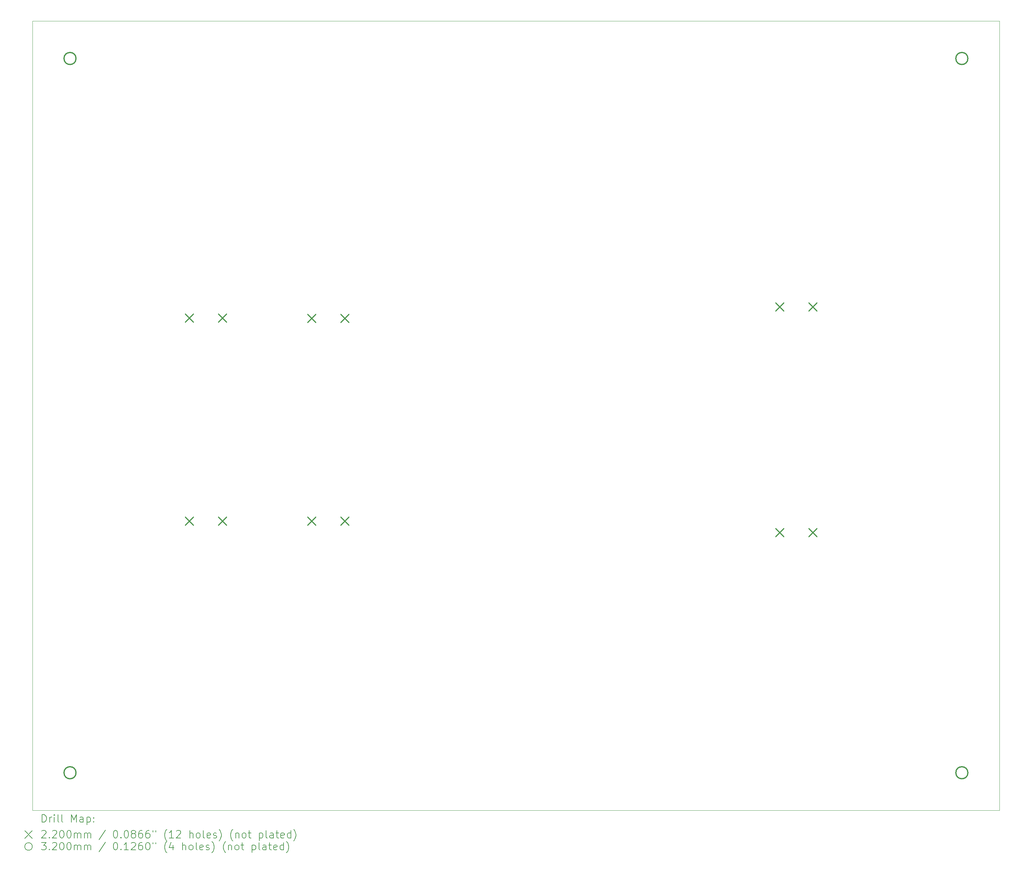
<source format=gbr>
%TF.GenerationSoftware,KiCad,Pcbnew,8.0.6*%
%TF.CreationDate,2025-08-21T09:53:45+02:00*%
%TF.ProjectId,OpAmpDevBoardProject,4f70416d-7044-4657-9642-6f6172645072,rev?*%
%TF.SameCoordinates,Original*%
%TF.FileFunction,Drillmap*%
%TF.FilePolarity,Positive*%
%FSLAX45Y45*%
G04 Gerber Fmt 4.5, Leading zero omitted, Abs format (unit mm)*
G04 Created by KiCad (PCBNEW 8.0.6) date 2025-08-21 09:53:45*
%MOMM*%
%LPD*%
G01*
G04 APERTURE LIST*
%ADD10C,0.050000*%
%ADD11C,0.200000*%
%ADD12C,0.220000*%
%ADD13C,0.320000*%
G04 APERTURE END LIST*
D10*
X4400000Y-4500000D02*
X30100000Y-4500000D01*
X30100000Y-25500000D01*
X4400000Y-25500000D01*
X4400000Y-4500000D01*
D11*
D12*
X8458000Y-12295000D02*
X8678000Y-12515000D01*
X8678000Y-12295000D02*
X8458000Y-12515000D01*
X8458000Y-17695000D02*
X8678000Y-17915000D01*
X8678000Y-17695000D02*
X8458000Y-17915000D01*
X9338000Y-12295000D02*
X9558000Y-12515000D01*
X9558000Y-12295000D02*
X9338000Y-12515000D01*
X9338000Y-17695000D02*
X9558000Y-17915000D01*
X9558000Y-17695000D02*
X9338000Y-17915000D01*
X11708000Y-12300000D02*
X11928000Y-12520000D01*
X11928000Y-12300000D02*
X11708000Y-12520000D01*
X11708000Y-17695000D02*
X11928000Y-17915000D01*
X11928000Y-17695000D02*
X11708000Y-17915000D01*
X12588000Y-12300000D02*
X12808000Y-12520000D01*
X12808000Y-12300000D02*
X12588000Y-12520000D01*
X12588000Y-17695000D02*
X12808000Y-17915000D01*
X12808000Y-17695000D02*
X12588000Y-17915000D01*
X24150000Y-11995000D02*
X24370000Y-12215000D01*
X24370000Y-11995000D02*
X24150000Y-12215000D01*
X24150000Y-17995000D02*
X24370000Y-18215000D01*
X24370000Y-17995000D02*
X24150000Y-18215000D01*
X25030000Y-11995000D02*
X25250000Y-12215000D01*
X25250000Y-11995000D02*
X25030000Y-12215000D01*
X25030000Y-17995000D02*
X25250000Y-18215000D01*
X25250000Y-17995000D02*
X25030000Y-18215000D01*
D13*
X5560000Y-5500000D02*
G75*
G02*
X5240000Y-5500000I-160000J0D01*
G01*
X5240000Y-5500000D02*
G75*
G02*
X5560000Y-5500000I160000J0D01*
G01*
X5560000Y-24500000D02*
G75*
G02*
X5240000Y-24500000I-160000J0D01*
G01*
X5240000Y-24500000D02*
G75*
G02*
X5560000Y-24500000I160000J0D01*
G01*
X29260000Y-5500000D02*
G75*
G02*
X28940000Y-5500000I-160000J0D01*
G01*
X28940000Y-5500000D02*
G75*
G02*
X29260000Y-5500000I160000J0D01*
G01*
X29260000Y-24500000D02*
G75*
G02*
X28940000Y-24500000I-160000J0D01*
G01*
X28940000Y-24500000D02*
G75*
G02*
X29260000Y-24500000I160000J0D01*
G01*
D11*
X4658277Y-25813984D02*
X4658277Y-25613984D01*
X4658277Y-25613984D02*
X4705896Y-25613984D01*
X4705896Y-25613984D02*
X4734467Y-25623508D01*
X4734467Y-25623508D02*
X4753515Y-25642555D01*
X4753515Y-25642555D02*
X4763039Y-25661603D01*
X4763039Y-25661603D02*
X4772563Y-25699698D01*
X4772563Y-25699698D02*
X4772563Y-25728269D01*
X4772563Y-25728269D02*
X4763039Y-25766365D01*
X4763039Y-25766365D02*
X4753515Y-25785412D01*
X4753515Y-25785412D02*
X4734467Y-25804460D01*
X4734467Y-25804460D02*
X4705896Y-25813984D01*
X4705896Y-25813984D02*
X4658277Y-25813984D01*
X4858277Y-25813984D02*
X4858277Y-25680650D01*
X4858277Y-25718746D02*
X4867801Y-25699698D01*
X4867801Y-25699698D02*
X4877324Y-25690174D01*
X4877324Y-25690174D02*
X4896372Y-25680650D01*
X4896372Y-25680650D02*
X4915420Y-25680650D01*
X4982086Y-25813984D02*
X4982086Y-25680650D01*
X4982086Y-25613984D02*
X4972563Y-25623508D01*
X4972563Y-25623508D02*
X4982086Y-25633031D01*
X4982086Y-25633031D02*
X4991610Y-25623508D01*
X4991610Y-25623508D02*
X4982086Y-25613984D01*
X4982086Y-25613984D02*
X4982086Y-25633031D01*
X5105896Y-25813984D02*
X5086848Y-25804460D01*
X5086848Y-25804460D02*
X5077324Y-25785412D01*
X5077324Y-25785412D02*
X5077324Y-25613984D01*
X5210658Y-25813984D02*
X5191610Y-25804460D01*
X5191610Y-25804460D02*
X5182086Y-25785412D01*
X5182086Y-25785412D02*
X5182086Y-25613984D01*
X5439229Y-25813984D02*
X5439229Y-25613984D01*
X5439229Y-25613984D02*
X5505896Y-25756841D01*
X5505896Y-25756841D02*
X5572563Y-25613984D01*
X5572563Y-25613984D02*
X5572563Y-25813984D01*
X5753515Y-25813984D02*
X5753515Y-25709222D01*
X5753515Y-25709222D02*
X5743991Y-25690174D01*
X5743991Y-25690174D02*
X5724943Y-25680650D01*
X5724943Y-25680650D02*
X5686848Y-25680650D01*
X5686848Y-25680650D02*
X5667801Y-25690174D01*
X5753515Y-25804460D02*
X5734467Y-25813984D01*
X5734467Y-25813984D02*
X5686848Y-25813984D01*
X5686848Y-25813984D02*
X5667801Y-25804460D01*
X5667801Y-25804460D02*
X5658277Y-25785412D01*
X5658277Y-25785412D02*
X5658277Y-25766365D01*
X5658277Y-25766365D02*
X5667801Y-25747317D01*
X5667801Y-25747317D02*
X5686848Y-25737793D01*
X5686848Y-25737793D02*
X5734467Y-25737793D01*
X5734467Y-25737793D02*
X5753515Y-25728269D01*
X5848753Y-25680650D02*
X5848753Y-25880650D01*
X5848753Y-25690174D02*
X5867801Y-25680650D01*
X5867801Y-25680650D02*
X5905896Y-25680650D01*
X5905896Y-25680650D02*
X5924943Y-25690174D01*
X5924943Y-25690174D02*
X5934467Y-25699698D01*
X5934467Y-25699698D02*
X5943991Y-25718746D01*
X5943991Y-25718746D02*
X5943991Y-25775888D01*
X5943991Y-25775888D02*
X5934467Y-25794936D01*
X5934467Y-25794936D02*
X5924943Y-25804460D01*
X5924943Y-25804460D02*
X5905896Y-25813984D01*
X5905896Y-25813984D02*
X5867801Y-25813984D01*
X5867801Y-25813984D02*
X5848753Y-25804460D01*
X6029705Y-25794936D02*
X6039229Y-25804460D01*
X6039229Y-25804460D02*
X6029705Y-25813984D01*
X6029705Y-25813984D02*
X6020182Y-25804460D01*
X6020182Y-25804460D02*
X6029705Y-25794936D01*
X6029705Y-25794936D02*
X6029705Y-25813984D01*
X6029705Y-25690174D02*
X6039229Y-25699698D01*
X6039229Y-25699698D02*
X6029705Y-25709222D01*
X6029705Y-25709222D02*
X6020182Y-25699698D01*
X6020182Y-25699698D02*
X6029705Y-25690174D01*
X6029705Y-25690174D02*
X6029705Y-25709222D01*
X4197500Y-26042500D02*
X4397500Y-26242500D01*
X4397500Y-26042500D02*
X4197500Y-26242500D01*
X4648753Y-26053031D02*
X4658277Y-26043508D01*
X4658277Y-26043508D02*
X4677324Y-26033984D01*
X4677324Y-26033984D02*
X4724944Y-26033984D01*
X4724944Y-26033984D02*
X4743991Y-26043508D01*
X4743991Y-26043508D02*
X4753515Y-26053031D01*
X4753515Y-26053031D02*
X4763039Y-26072079D01*
X4763039Y-26072079D02*
X4763039Y-26091127D01*
X4763039Y-26091127D02*
X4753515Y-26119698D01*
X4753515Y-26119698D02*
X4639229Y-26233984D01*
X4639229Y-26233984D02*
X4763039Y-26233984D01*
X4848753Y-26214936D02*
X4858277Y-26224460D01*
X4858277Y-26224460D02*
X4848753Y-26233984D01*
X4848753Y-26233984D02*
X4839229Y-26224460D01*
X4839229Y-26224460D02*
X4848753Y-26214936D01*
X4848753Y-26214936D02*
X4848753Y-26233984D01*
X4934467Y-26053031D02*
X4943991Y-26043508D01*
X4943991Y-26043508D02*
X4963039Y-26033984D01*
X4963039Y-26033984D02*
X5010658Y-26033984D01*
X5010658Y-26033984D02*
X5029705Y-26043508D01*
X5029705Y-26043508D02*
X5039229Y-26053031D01*
X5039229Y-26053031D02*
X5048753Y-26072079D01*
X5048753Y-26072079D02*
X5048753Y-26091127D01*
X5048753Y-26091127D02*
X5039229Y-26119698D01*
X5039229Y-26119698D02*
X4924944Y-26233984D01*
X4924944Y-26233984D02*
X5048753Y-26233984D01*
X5172563Y-26033984D02*
X5191610Y-26033984D01*
X5191610Y-26033984D02*
X5210658Y-26043508D01*
X5210658Y-26043508D02*
X5220182Y-26053031D01*
X5220182Y-26053031D02*
X5229705Y-26072079D01*
X5229705Y-26072079D02*
X5239229Y-26110174D01*
X5239229Y-26110174D02*
X5239229Y-26157793D01*
X5239229Y-26157793D02*
X5229705Y-26195888D01*
X5229705Y-26195888D02*
X5220182Y-26214936D01*
X5220182Y-26214936D02*
X5210658Y-26224460D01*
X5210658Y-26224460D02*
X5191610Y-26233984D01*
X5191610Y-26233984D02*
X5172563Y-26233984D01*
X5172563Y-26233984D02*
X5153515Y-26224460D01*
X5153515Y-26224460D02*
X5143991Y-26214936D01*
X5143991Y-26214936D02*
X5134467Y-26195888D01*
X5134467Y-26195888D02*
X5124944Y-26157793D01*
X5124944Y-26157793D02*
X5124944Y-26110174D01*
X5124944Y-26110174D02*
X5134467Y-26072079D01*
X5134467Y-26072079D02*
X5143991Y-26053031D01*
X5143991Y-26053031D02*
X5153515Y-26043508D01*
X5153515Y-26043508D02*
X5172563Y-26033984D01*
X5363039Y-26033984D02*
X5382086Y-26033984D01*
X5382086Y-26033984D02*
X5401134Y-26043508D01*
X5401134Y-26043508D02*
X5410658Y-26053031D01*
X5410658Y-26053031D02*
X5420182Y-26072079D01*
X5420182Y-26072079D02*
X5429705Y-26110174D01*
X5429705Y-26110174D02*
X5429705Y-26157793D01*
X5429705Y-26157793D02*
X5420182Y-26195888D01*
X5420182Y-26195888D02*
X5410658Y-26214936D01*
X5410658Y-26214936D02*
X5401134Y-26224460D01*
X5401134Y-26224460D02*
X5382086Y-26233984D01*
X5382086Y-26233984D02*
X5363039Y-26233984D01*
X5363039Y-26233984D02*
X5343991Y-26224460D01*
X5343991Y-26224460D02*
X5334467Y-26214936D01*
X5334467Y-26214936D02*
X5324944Y-26195888D01*
X5324944Y-26195888D02*
X5315420Y-26157793D01*
X5315420Y-26157793D02*
X5315420Y-26110174D01*
X5315420Y-26110174D02*
X5324944Y-26072079D01*
X5324944Y-26072079D02*
X5334467Y-26053031D01*
X5334467Y-26053031D02*
X5343991Y-26043508D01*
X5343991Y-26043508D02*
X5363039Y-26033984D01*
X5515420Y-26233984D02*
X5515420Y-26100650D01*
X5515420Y-26119698D02*
X5524944Y-26110174D01*
X5524944Y-26110174D02*
X5543991Y-26100650D01*
X5543991Y-26100650D02*
X5572563Y-26100650D01*
X5572563Y-26100650D02*
X5591610Y-26110174D01*
X5591610Y-26110174D02*
X5601134Y-26129222D01*
X5601134Y-26129222D02*
X5601134Y-26233984D01*
X5601134Y-26129222D02*
X5610658Y-26110174D01*
X5610658Y-26110174D02*
X5629705Y-26100650D01*
X5629705Y-26100650D02*
X5658277Y-26100650D01*
X5658277Y-26100650D02*
X5677324Y-26110174D01*
X5677324Y-26110174D02*
X5686848Y-26129222D01*
X5686848Y-26129222D02*
X5686848Y-26233984D01*
X5782086Y-26233984D02*
X5782086Y-26100650D01*
X5782086Y-26119698D02*
X5791610Y-26110174D01*
X5791610Y-26110174D02*
X5810658Y-26100650D01*
X5810658Y-26100650D02*
X5839229Y-26100650D01*
X5839229Y-26100650D02*
X5858277Y-26110174D01*
X5858277Y-26110174D02*
X5867801Y-26129222D01*
X5867801Y-26129222D02*
X5867801Y-26233984D01*
X5867801Y-26129222D02*
X5877324Y-26110174D01*
X5877324Y-26110174D02*
X5896372Y-26100650D01*
X5896372Y-26100650D02*
X5924943Y-26100650D01*
X5924943Y-26100650D02*
X5943991Y-26110174D01*
X5943991Y-26110174D02*
X5953515Y-26129222D01*
X5953515Y-26129222D02*
X5953515Y-26233984D01*
X6343991Y-26024460D02*
X6172563Y-26281603D01*
X6601134Y-26033984D02*
X6620182Y-26033984D01*
X6620182Y-26033984D02*
X6639229Y-26043508D01*
X6639229Y-26043508D02*
X6648753Y-26053031D01*
X6648753Y-26053031D02*
X6658277Y-26072079D01*
X6658277Y-26072079D02*
X6667801Y-26110174D01*
X6667801Y-26110174D02*
X6667801Y-26157793D01*
X6667801Y-26157793D02*
X6658277Y-26195888D01*
X6658277Y-26195888D02*
X6648753Y-26214936D01*
X6648753Y-26214936D02*
X6639229Y-26224460D01*
X6639229Y-26224460D02*
X6620182Y-26233984D01*
X6620182Y-26233984D02*
X6601134Y-26233984D01*
X6601134Y-26233984D02*
X6582086Y-26224460D01*
X6582086Y-26224460D02*
X6572563Y-26214936D01*
X6572563Y-26214936D02*
X6563039Y-26195888D01*
X6563039Y-26195888D02*
X6553515Y-26157793D01*
X6553515Y-26157793D02*
X6553515Y-26110174D01*
X6553515Y-26110174D02*
X6563039Y-26072079D01*
X6563039Y-26072079D02*
X6572563Y-26053031D01*
X6572563Y-26053031D02*
X6582086Y-26043508D01*
X6582086Y-26043508D02*
X6601134Y-26033984D01*
X6753515Y-26214936D02*
X6763039Y-26224460D01*
X6763039Y-26224460D02*
X6753515Y-26233984D01*
X6753515Y-26233984D02*
X6743991Y-26224460D01*
X6743991Y-26224460D02*
X6753515Y-26214936D01*
X6753515Y-26214936D02*
X6753515Y-26233984D01*
X6886848Y-26033984D02*
X6905896Y-26033984D01*
X6905896Y-26033984D02*
X6924944Y-26043508D01*
X6924944Y-26043508D02*
X6934467Y-26053031D01*
X6934467Y-26053031D02*
X6943991Y-26072079D01*
X6943991Y-26072079D02*
X6953515Y-26110174D01*
X6953515Y-26110174D02*
X6953515Y-26157793D01*
X6953515Y-26157793D02*
X6943991Y-26195888D01*
X6943991Y-26195888D02*
X6934467Y-26214936D01*
X6934467Y-26214936D02*
X6924944Y-26224460D01*
X6924944Y-26224460D02*
X6905896Y-26233984D01*
X6905896Y-26233984D02*
X6886848Y-26233984D01*
X6886848Y-26233984D02*
X6867801Y-26224460D01*
X6867801Y-26224460D02*
X6858277Y-26214936D01*
X6858277Y-26214936D02*
X6848753Y-26195888D01*
X6848753Y-26195888D02*
X6839229Y-26157793D01*
X6839229Y-26157793D02*
X6839229Y-26110174D01*
X6839229Y-26110174D02*
X6848753Y-26072079D01*
X6848753Y-26072079D02*
X6858277Y-26053031D01*
X6858277Y-26053031D02*
X6867801Y-26043508D01*
X6867801Y-26043508D02*
X6886848Y-26033984D01*
X7067801Y-26119698D02*
X7048753Y-26110174D01*
X7048753Y-26110174D02*
X7039229Y-26100650D01*
X7039229Y-26100650D02*
X7029706Y-26081603D01*
X7029706Y-26081603D02*
X7029706Y-26072079D01*
X7029706Y-26072079D02*
X7039229Y-26053031D01*
X7039229Y-26053031D02*
X7048753Y-26043508D01*
X7048753Y-26043508D02*
X7067801Y-26033984D01*
X7067801Y-26033984D02*
X7105896Y-26033984D01*
X7105896Y-26033984D02*
X7124944Y-26043508D01*
X7124944Y-26043508D02*
X7134467Y-26053031D01*
X7134467Y-26053031D02*
X7143991Y-26072079D01*
X7143991Y-26072079D02*
X7143991Y-26081603D01*
X7143991Y-26081603D02*
X7134467Y-26100650D01*
X7134467Y-26100650D02*
X7124944Y-26110174D01*
X7124944Y-26110174D02*
X7105896Y-26119698D01*
X7105896Y-26119698D02*
X7067801Y-26119698D01*
X7067801Y-26119698D02*
X7048753Y-26129222D01*
X7048753Y-26129222D02*
X7039229Y-26138746D01*
X7039229Y-26138746D02*
X7029706Y-26157793D01*
X7029706Y-26157793D02*
X7029706Y-26195888D01*
X7029706Y-26195888D02*
X7039229Y-26214936D01*
X7039229Y-26214936D02*
X7048753Y-26224460D01*
X7048753Y-26224460D02*
X7067801Y-26233984D01*
X7067801Y-26233984D02*
X7105896Y-26233984D01*
X7105896Y-26233984D02*
X7124944Y-26224460D01*
X7124944Y-26224460D02*
X7134467Y-26214936D01*
X7134467Y-26214936D02*
X7143991Y-26195888D01*
X7143991Y-26195888D02*
X7143991Y-26157793D01*
X7143991Y-26157793D02*
X7134467Y-26138746D01*
X7134467Y-26138746D02*
X7124944Y-26129222D01*
X7124944Y-26129222D02*
X7105896Y-26119698D01*
X7315420Y-26033984D02*
X7277325Y-26033984D01*
X7277325Y-26033984D02*
X7258277Y-26043508D01*
X7258277Y-26043508D02*
X7248753Y-26053031D01*
X7248753Y-26053031D02*
X7229706Y-26081603D01*
X7229706Y-26081603D02*
X7220182Y-26119698D01*
X7220182Y-26119698D02*
X7220182Y-26195888D01*
X7220182Y-26195888D02*
X7229706Y-26214936D01*
X7229706Y-26214936D02*
X7239229Y-26224460D01*
X7239229Y-26224460D02*
X7258277Y-26233984D01*
X7258277Y-26233984D02*
X7296372Y-26233984D01*
X7296372Y-26233984D02*
X7315420Y-26224460D01*
X7315420Y-26224460D02*
X7324944Y-26214936D01*
X7324944Y-26214936D02*
X7334467Y-26195888D01*
X7334467Y-26195888D02*
X7334467Y-26148269D01*
X7334467Y-26148269D02*
X7324944Y-26129222D01*
X7324944Y-26129222D02*
X7315420Y-26119698D01*
X7315420Y-26119698D02*
X7296372Y-26110174D01*
X7296372Y-26110174D02*
X7258277Y-26110174D01*
X7258277Y-26110174D02*
X7239229Y-26119698D01*
X7239229Y-26119698D02*
X7229706Y-26129222D01*
X7229706Y-26129222D02*
X7220182Y-26148269D01*
X7505896Y-26033984D02*
X7467801Y-26033984D01*
X7467801Y-26033984D02*
X7448753Y-26043508D01*
X7448753Y-26043508D02*
X7439229Y-26053031D01*
X7439229Y-26053031D02*
X7420182Y-26081603D01*
X7420182Y-26081603D02*
X7410658Y-26119698D01*
X7410658Y-26119698D02*
X7410658Y-26195888D01*
X7410658Y-26195888D02*
X7420182Y-26214936D01*
X7420182Y-26214936D02*
X7429706Y-26224460D01*
X7429706Y-26224460D02*
X7448753Y-26233984D01*
X7448753Y-26233984D02*
X7486848Y-26233984D01*
X7486848Y-26233984D02*
X7505896Y-26224460D01*
X7505896Y-26224460D02*
X7515420Y-26214936D01*
X7515420Y-26214936D02*
X7524944Y-26195888D01*
X7524944Y-26195888D02*
X7524944Y-26148269D01*
X7524944Y-26148269D02*
X7515420Y-26129222D01*
X7515420Y-26129222D02*
X7505896Y-26119698D01*
X7505896Y-26119698D02*
X7486848Y-26110174D01*
X7486848Y-26110174D02*
X7448753Y-26110174D01*
X7448753Y-26110174D02*
X7429706Y-26119698D01*
X7429706Y-26119698D02*
X7420182Y-26129222D01*
X7420182Y-26129222D02*
X7410658Y-26148269D01*
X7601134Y-26033984D02*
X7601134Y-26072079D01*
X7677325Y-26033984D02*
X7677325Y-26072079D01*
X7972563Y-26310174D02*
X7963039Y-26300650D01*
X7963039Y-26300650D02*
X7943991Y-26272079D01*
X7943991Y-26272079D02*
X7934468Y-26253031D01*
X7934468Y-26253031D02*
X7924944Y-26224460D01*
X7924944Y-26224460D02*
X7915420Y-26176841D01*
X7915420Y-26176841D02*
X7915420Y-26138746D01*
X7915420Y-26138746D02*
X7924944Y-26091127D01*
X7924944Y-26091127D02*
X7934468Y-26062555D01*
X7934468Y-26062555D02*
X7943991Y-26043508D01*
X7943991Y-26043508D02*
X7963039Y-26014936D01*
X7963039Y-26014936D02*
X7972563Y-26005412D01*
X8153515Y-26233984D02*
X8039229Y-26233984D01*
X8096372Y-26233984D02*
X8096372Y-26033984D01*
X8096372Y-26033984D02*
X8077325Y-26062555D01*
X8077325Y-26062555D02*
X8058277Y-26081603D01*
X8058277Y-26081603D02*
X8039229Y-26091127D01*
X8229706Y-26053031D02*
X8239229Y-26043508D01*
X8239229Y-26043508D02*
X8258277Y-26033984D01*
X8258277Y-26033984D02*
X8305896Y-26033984D01*
X8305896Y-26033984D02*
X8324944Y-26043508D01*
X8324944Y-26043508D02*
X8334468Y-26053031D01*
X8334468Y-26053031D02*
X8343991Y-26072079D01*
X8343991Y-26072079D02*
X8343991Y-26091127D01*
X8343991Y-26091127D02*
X8334468Y-26119698D01*
X8334468Y-26119698D02*
X8220182Y-26233984D01*
X8220182Y-26233984D02*
X8343991Y-26233984D01*
X8582087Y-26233984D02*
X8582087Y-26033984D01*
X8667801Y-26233984D02*
X8667801Y-26129222D01*
X8667801Y-26129222D02*
X8658277Y-26110174D01*
X8658277Y-26110174D02*
X8639230Y-26100650D01*
X8639230Y-26100650D02*
X8610658Y-26100650D01*
X8610658Y-26100650D02*
X8591611Y-26110174D01*
X8591611Y-26110174D02*
X8582087Y-26119698D01*
X8791611Y-26233984D02*
X8772563Y-26224460D01*
X8772563Y-26224460D02*
X8763039Y-26214936D01*
X8763039Y-26214936D02*
X8753515Y-26195888D01*
X8753515Y-26195888D02*
X8753515Y-26138746D01*
X8753515Y-26138746D02*
X8763039Y-26119698D01*
X8763039Y-26119698D02*
X8772563Y-26110174D01*
X8772563Y-26110174D02*
X8791611Y-26100650D01*
X8791611Y-26100650D02*
X8820182Y-26100650D01*
X8820182Y-26100650D02*
X8839230Y-26110174D01*
X8839230Y-26110174D02*
X8848753Y-26119698D01*
X8848753Y-26119698D02*
X8858277Y-26138746D01*
X8858277Y-26138746D02*
X8858277Y-26195888D01*
X8858277Y-26195888D02*
X8848753Y-26214936D01*
X8848753Y-26214936D02*
X8839230Y-26224460D01*
X8839230Y-26224460D02*
X8820182Y-26233984D01*
X8820182Y-26233984D02*
X8791611Y-26233984D01*
X8972563Y-26233984D02*
X8953515Y-26224460D01*
X8953515Y-26224460D02*
X8943992Y-26205412D01*
X8943992Y-26205412D02*
X8943992Y-26033984D01*
X9124944Y-26224460D02*
X9105896Y-26233984D01*
X9105896Y-26233984D02*
X9067801Y-26233984D01*
X9067801Y-26233984D02*
X9048753Y-26224460D01*
X9048753Y-26224460D02*
X9039230Y-26205412D01*
X9039230Y-26205412D02*
X9039230Y-26129222D01*
X9039230Y-26129222D02*
X9048753Y-26110174D01*
X9048753Y-26110174D02*
X9067801Y-26100650D01*
X9067801Y-26100650D02*
X9105896Y-26100650D01*
X9105896Y-26100650D02*
X9124944Y-26110174D01*
X9124944Y-26110174D02*
X9134468Y-26129222D01*
X9134468Y-26129222D02*
X9134468Y-26148269D01*
X9134468Y-26148269D02*
X9039230Y-26167317D01*
X9210658Y-26224460D02*
X9229706Y-26233984D01*
X9229706Y-26233984D02*
X9267801Y-26233984D01*
X9267801Y-26233984D02*
X9286849Y-26224460D01*
X9286849Y-26224460D02*
X9296373Y-26205412D01*
X9296373Y-26205412D02*
X9296373Y-26195888D01*
X9296373Y-26195888D02*
X9286849Y-26176841D01*
X9286849Y-26176841D02*
X9267801Y-26167317D01*
X9267801Y-26167317D02*
X9239230Y-26167317D01*
X9239230Y-26167317D02*
X9220182Y-26157793D01*
X9220182Y-26157793D02*
X9210658Y-26138746D01*
X9210658Y-26138746D02*
X9210658Y-26129222D01*
X9210658Y-26129222D02*
X9220182Y-26110174D01*
X9220182Y-26110174D02*
X9239230Y-26100650D01*
X9239230Y-26100650D02*
X9267801Y-26100650D01*
X9267801Y-26100650D02*
X9286849Y-26110174D01*
X9363039Y-26310174D02*
X9372563Y-26300650D01*
X9372563Y-26300650D02*
X9391611Y-26272079D01*
X9391611Y-26272079D02*
X9401134Y-26253031D01*
X9401134Y-26253031D02*
X9410658Y-26224460D01*
X9410658Y-26224460D02*
X9420182Y-26176841D01*
X9420182Y-26176841D02*
X9420182Y-26138746D01*
X9420182Y-26138746D02*
X9410658Y-26091127D01*
X9410658Y-26091127D02*
X9401134Y-26062555D01*
X9401134Y-26062555D02*
X9391611Y-26043508D01*
X9391611Y-26043508D02*
X9372563Y-26014936D01*
X9372563Y-26014936D02*
X9363039Y-26005412D01*
X9724944Y-26310174D02*
X9715420Y-26300650D01*
X9715420Y-26300650D02*
X9696373Y-26272079D01*
X9696373Y-26272079D02*
X9686849Y-26253031D01*
X9686849Y-26253031D02*
X9677325Y-26224460D01*
X9677325Y-26224460D02*
X9667801Y-26176841D01*
X9667801Y-26176841D02*
X9667801Y-26138746D01*
X9667801Y-26138746D02*
X9677325Y-26091127D01*
X9677325Y-26091127D02*
X9686849Y-26062555D01*
X9686849Y-26062555D02*
X9696373Y-26043508D01*
X9696373Y-26043508D02*
X9715420Y-26014936D01*
X9715420Y-26014936D02*
X9724944Y-26005412D01*
X9801134Y-26100650D02*
X9801134Y-26233984D01*
X9801134Y-26119698D02*
X9810658Y-26110174D01*
X9810658Y-26110174D02*
X9829706Y-26100650D01*
X9829706Y-26100650D02*
X9858277Y-26100650D01*
X9858277Y-26100650D02*
X9877325Y-26110174D01*
X9877325Y-26110174D02*
X9886849Y-26129222D01*
X9886849Y-26129222D02*
X9886849Y-26233984D01*
X10010658Y-26233984D02*
X9991611Y-26224460D01*
X9991611Y-26224460D02*
X9982087Y-26214936D01*
X9982087Y-26214936D02*
X9972563Y-26195888D01*
X9972563Y-26195888D02*
X9972563Y-26138746D01*
X9972563Y-26138746D02*
X9982087Y-26119698D01*
X9982087Y-26119698D02*
X9991611Y-26110174D01*
X9991611Y-26110174D02*
X10010658Y-26100650D01*
X10010658Y-26100650D02*
X10039230Y-26100650D01*
X10039230Y-26100650D02*
X10058277Y-26110174D01*
X10058277Y-26110174D02*
X10067801Y-26119698D01*
X10067801Y-26119698D02*
X10077325Y-26138746D01*
X10077325Y-26138746D02*
X10077325Y-26195888D01*
X10077325Y-26195888D02*
X10067801Y-26214936D01*
X10067801Y-26214936D02*
X10058277Y-26224460D01*
X10058277Y-26224460D02*
X10039230Y-26233984D01*
X10039230Y-26233984D02*
X10010658Y-26233984D01*
X10134468Y-26100650D02*
X10210658Y-26100650D01*
X10163039Y-26033984D02*
X10163039Y-26205412D01*
X10163039Y-26205412D02*
X10172563Y-26224460D01*
X10172563Y-26224460D02*
X10191611Y-26233984D01*
X10191611Y-26233984D02*
X10210658Y-26233984D01*
X10429706Y-26100650D02*
X10429706Y-26300650D01*
X10429706Y-26110174D02*
X10448754Y-26100650D01*
X10448754Y-26100650D02*
X10486849Y-26100650D01*
X10486849Y-26100650D02*
X10505896Y-26110174D01*
X10505896Y-26110174D02*
X10515420Y-26119698D01*
X10515420Y-26119698D02*
X10524944Y-26138746D01*
X10524944Y-26138746D02*
X10524944Y-26195888D01*
X10524944Y-26195888D02*
X10515420Y-26214936D01*
X10515420Y-26214936D02*
X10505896Y-26224460D01*
X10505896Y-26224460D02*
X10486849Y-26233984D01*
X10486849Y-26233984D02*
X10448754Y-26233984D01*
X10448754Y-26233984D02*
X10429706Y-26224460D01*
X10639230Y-26233984D02*
X10620182Y-26224460D01*
X10620182Y-26224460D02*
X10610658Y-26205412D01*
X10610658Y-26205412D02*
X10610658Y-26033984D01*
X10801135Y-26233984D02*
X10801135Y-26129222D01*
X10801135Y-26129222D02*
X10791611Y-26110174D01*
X10791611Y-26110174D02*
X10772563Y-26100650D01*
X10772563Y-26100650D02*
X10734468Y-26100650D01*
X10734468Y-26100650D02*
X10715420Y-26110174D01*
X10801135Y-26224460D02*
X10782087Y-26233984D01*
X10782087Y-26233984D02*
X10734468Y-26233984D01*
X10734468Y-26233984D02*
X10715420Y-26224460D01*
X10715420Y-26224460D02*
X10705896Y-26205412D01*
X10705896Y-26205412D02*
X10705896Y-26186365D01*
X10705896Y-26186365D02*
X10715420Y-26167317D01*
X10715420Y-26167317D02*
X10734468Y-26157793D01*
X10734468Y-26157793D02*
X10782087Y-26157793D01*
X10782087Y-26157793D02*
X10801135Y-26148269D01*
X10867801Y-26100650D02*
X10943992Y-26100650D01*
X10896373Y-26033984D02*
X10896373Y-26205412D01*
X10896373Y-26205412D02*
X10905896Y-26224460D01*
X10905896Y-26224460D02*
X10924944Y-26233984D01*
X10924944Y-26233984D02*
X10943992Y-26233984D01*
X11086849Y-26224460D02*
X11067801Y-26233984D01*
X11067801Y-26233984D02*
X11029706Y-26233984D01*
X11029706Y-26233984D02*
X11010658Y-26224460D01*
X11010658Y-26224460D02*
X11001135Y-26205412D01*
X11001135Y-26205412D02*
X11001135Y-26129222D01*
X11001135Y-26129222D02*
X11010658Y-26110174D01*
X11010658Y-26110174D02*
X11029706Y-26100650D01*
X11029706Y-26100650D02*
X11067801Y-26100650D01*
X11067801Y-26100650D02*
X11086849Y-26110174D01*
X11086849Y-26110174D02*
X11096373Y-26129222D01*
X11096373Y-26129222D02*
X11096373Y-26148269D01*
X11096373Y-26148269D02*
X11001135Y-26167317D01*
X11267801Y-26233984D02*
X11267801Y-26033984D01*
X11267801Y-26224460D02*
X11248754Y-26233984D01*
X11248754Y-26233984D02*
X11210658Y-26233984D01*
X11210658Y-26233984D02*
X11191611Y-26224460D01*
X11191611Y-26224460D02*
X11182087Y-26214936D01*
X11182087Y-26214936D02*
X11172563Y-26195888D01*
X11172563Y-26195888D02*
X11172563Y-26138746D01*
X11172563Y-26138746D02*
X11182087Y-26119698D01*
X11182087Y-26119698D02*
X11191611Y-26110174D01*
X11191611Y-26110174D02*
X11210658Y-26100650D01*
X11210658Y-26100650D02*
X11248754Y-26100650D01*
X11248754Y-26100650D02*
X11267801Y-26110174D01*
X11343992Y-26310174D02*
X11353515Y-26300650D01*
X11353515Y-26300650D02*
X11372563Y-26272079D01*
X11372563Y-26272079D02*
X11382087Y-26253031D01*
X11382087Y-26253031D02*
X11391611Y-26224460D01*
X11391611Y-26224460D02*
X11401134Y-26176841D01*
X11401134Y-26176841D02*
X11401134Y-26138746D01*
X11401134Y-26138746D02*
X11391611Y-26091127D01*
X11391611Y-26091127D02*
X11382087Y-26062555D01*
X11382087Y-26062555D02*
X11372563Y-26043508D01*
X11372563Y-26043508D02*
X11353515Y-26014936D01*
X11353515Y-26014936D02*
X11343992Y-26005412D01*
X4397500Y-26462500D02*
G75*
G02*
X4197500Y-26462500I-100000J0D01*
G01*
X4197500Y-26462500D02*
G75*
G02*
X4397500Y-26462500I100000J0D01*
G01*
X4639229Y-26353984D02*
X4763039Y-26353984D01*
X4763039Y-26353984D02*
X4696372Y-26430174D01*
X4696372Y-26430174D02*
X4724944Y-26430174D01*
X4724944Y-26430174D02*
X4743991Y-26439698D01*
X4743991Y-26439698D02*
X4753515Y-26449222D01*
X4753515Y-26449222D02*
X4763039Y-26468269D01*
X4763039Y-26468269D02*
X4763039Y-26515888D01*
X4763039Y-26515888D02*
X4753515Y-26534936D01*
X4753515Y-26534936D02*
X4743991Y-26544460D01*
X4743991Y-26544460D02*
X4724944Y-26553984D01*
X4724944Y-26553984D02*
X4667801Y-26553984D01*
X4667801Y-26553984D02*
X4648753Y-26544460D01*
X4648753Y-26544460D02*
X4639229Y-26534936D01*
X4848753Y-26534936D02*
X4858277Y-26544460D01*
X4858277Y-26544460D02*
X4848753Y-26553984D01*
X4848753Y-26553984D02*
X4839229Y-26544460D01*
X4839229Y-26544460D02*
X4848753Y-26534936D01*
X4848753Y-26534936D02*
X4848753Y-26553984D01*
X4934467Y-26373031D02*
X4943991Y-26363508D01*
X4943991Y-26363508D02*
X4963039Y-26353984D01*
X4963039Y-26353984D02*
X5010658Y-26353984D01*
X5010658Y-26353984D02*
X5029705Y-26363508D01*
X5029705Y-26363508D02*
X5039229Y-26373031D01*
X5039229Y-26373031D02*
X5048753Y-26392079D01*
X5048753Y-26392079D02*
X5048753Y-26411127D01*
X5048753Y-26411127D02*
X5039229Y-26439698D01*
X5039229Y-26439698D02*
X4924944Y-26553984D01*
X4924944Y-26553984D02*
X5048753Y-26553984D01*
X5172563Y-26353984D02*
X5191610Y-26353984D01*
X5191610Y-26353984D02*
X5210658Y-26363508D01*
X5210658Y-26363508D02*
X5220182Y-26373031D01*
X5220182Y-26373031D02*
X5229705Y-26392079D01*
X5229705Y-26392079D02*
X5239229Y-26430174D01*
X5239229Y-26430174D02*
X5239229Y-26477793D01*
X5239229Y-26477793D02*
X5229705Y-26515888D01*
X5229705Y-26515888D02*
X5220182Y-26534936D01*
X5220182Y-26534936D02*
X5210658Y-26544460D01*
X5210658Y-26544460D02*
X5191610Y-26553984D01*
X5191610Y-26553984D02*
X5172563Y-26553984D01*
X5172563Y-26553984D02*
X5153515Y-26544460D01*
X5153515Y-26544460D02*
X5143991Y-26534936D01*
X5143991Y-26534936D02*
X5134467Y-26515888D01*
X5134467Y-26515888D02*
X5124944Y-26477793D01*
X5124944Y-26477793D02*
X5124944Y-26430174D01*
X5124944Y-26430174D02*
X5134467Y-26392079D01*
X5134467Y-26392079D02*
X5143991Y-26373031D01*
X5143991Y-26373031D02*
X5153515Y-26363508D01*
X5153515Y-26363508D02*
X5172563Y-26353984D01*
X5363039Y-26353984D02*
X5382086Y-26353984D01*
X5382086Y-26353984D02*
X5401134Y-26363508D01*
X5401134Y-26363508D02*
X5410658Y-26373031D01*
X5410658Y-26373031D02*
X5420182Y-26392079D01*
X5420182Y-26392079D02*
X5429705Y-26430174D01*
X5429705Y-26430174D02*
X5429705Y-26477793D01*
X5429705Y-26477793D02*
X5420182Y-26515888D01*
X5420182Y-26515888D02*
X5410658Y-26534936D01*
X5410658Y-26534936D02*
X5401134Y-26544460D01*
X5401134Y-26544460D02*
X5382086Y-26553984D01*
X5382086Y-26553984D02*
X5363039Y-26553984D01*
X5363039Y-26553984D02*
X5343991Y-26544460D01*
X5343991Y-26544460D02*
X5334467Y-26534936D01*
X5334467Y-26534936D02*
X5324944Y-26515888D01*
X5324944Y-26515888D02*
X5315420Y-26477793D01*
X5315420Y-26477793D02*
X5315420Y-26430174D01*
X5315420Y-26430174D02*
X5324944Y-26392079D01*
X5324944Y-26392079D02*
X5334467Y-26373031D01*
X5334467Y-26373031D02*
X5343991Y-26363508D01*
X5343991Y-26363508D02*
X5363039Y-26353984D01*
X5515420Y-26553984D02*
X5515420Y-26420650D01*
X5515420Y-26439698D02*
X5524944Y-26430174D01*
X5524944Y-26430174D02*
X5543991Y-26420650D01*
X5543991Y-26420650D02*
X5572563Y-26420650D01*
X5572563Y-26420650D02*
X5591610Y-26430174D01*
X5591610Y-26430174D02*
X5601134Y-26449222D01*
X5601134Y-26449222D02*
X5601134Y-26553984D01*
X5601134Y-26449222D02*
X5610658Y-26430174D01*
X5610658Y-26430174D02*
X5629705Y-26420650D01*
X5629705Y-26420650D02*
X5658277Y-26420650D01*
X5658277Y-26420650D02*
X5677324Y-26430174D01*
X5677324Y-26430174D02*
X5686848Y-26449222D01*
X5686848Y-26449222D02*
X5686848Y-26553984D01*
X5782086Y-26553984D02*
X5782086Y-26420650D01*
X5782086Y-26439698D02*
X5791610Y-26430174D01*
X5791610Y-26430174D02*
X5810658Y-26420650D01*
X5810658Y-26420650D02*
X5839229Y-26420650D01*
X5839229Y-26420650D02*
X5858277Y-26430174D01*
X5858277Y-26430174D02*
X5867801Y-26449222D01*
X5867801Y-26449222D02*
X5867801Y-26553984D01*
X5867801Y-26449222D02*
X5877324Y-26430174D01*
X5877324Y-26430174D02*
X5896372Y-26420650D01*
X5896372Y-26420650D02*
X5924943Y-26420650D01*
X5924943Y-26420650D02*
X5943991Y-26430174D01*
X5943991Y-26430174D02*
X5953515Y-26449222D01*
X5953515Y-26449222D02*
X5953515Y-26553984D01*
X6343991Y-26344460D02*
X6172563Y-26601603D01*
X6601134Y-26353984D02*
X6620182Y-26353984D01*
X6620182Y-26353984D02*
X6639229Y-26363508D01*
X6639229Y-26363508D02*
X6648753Y-26373031D01*
X6648753Y-26373031D02*
X6658277Y-26392079D01*
X6658277Y-26392079D02*
X6667801Y-26430174D01*
X6667801Y-26430174D02*
X6667801Y-26477793D01*
X6667801Y-26477793D02*
X6658277Y-26515888D01*
X6658277Y-26515888D02*
X6648753Y-26534936D01*
X6648753Y-26534936D02*
X6639229Y-26544460D01*
X6639229Y-26544460D02*
X6620182Y-26553984D01*
X6620182Y-26553984D02*
X6601134Y-26553984D01*
X6601134Y-26553984D02*
X6582086Y-26544460D01*
X6582086Y-26544460D02*
X6572563Y-26534936D01*
X6572563Y-26534936D02*
X6563039Y-26515888D01*
X6563039Y-26515888D02*
X6553515Y-26477793D01*
X6553515Y-26477793D02*
X6553515Y-26430174D01*
X6553515Y-26430174D02*
X6563039Y-26392079D01*
X6563039Y-26392079D02*
X6572563Y-26373031D01*
X6572563Y-26373031D02*
X6582086Y-26363508D01*
X6582086Y-26363508D02*
X6601134Y-26353984D01*
X6753515Y-26534936D02*
X6763039Y-26544460D01*
X6763039Y-26544460D02*
X6753515Y-26553984D01*
X6753515Y-26553984D02*
X6743991Y-26544460D01*
X6743991Y-26544460D02*
X6753515Y-26534936D01*
X6753515Y-26534936D02*
X6753515Y-26553984D01*
X6953515Y-26553984D02*
X6839229Y-26553984D01*
X6896372Y-26553984D02*
X6896372Y-26353984D01*
X6896372Y-26353984D02*
X6877325Y-26382555D01*
X6877325Y-26382555D02*
X6858277Y-26401603D01*
X6858277Y-26401603D02*
X6839229Y-26411127D01*
X7029706Y-26373031D02*
X7039229Y-26363508D01*
X7039229Y-26363508D02*
X7058277Y-26353984D01*
X7058277Y-26353984D02*
X7105896Y-26353984D01*
X7105896Y-26353984D02*
X7124944Y-26363508D01*
X7124944Y-26363508D02*
X7134467Y-26373031D01*
X7134467Y-26373031D02*
X7143991Y-26392079D01*
X7143991Y-26392079D02*
X7143991Y-26411127D01*
X7143991Y-26411127D02*
X7134467Y-26439698D01*
X7134467Y-26439698D02*
X7020182Y-26553984D01*
X7020182Y-26553984D02*
X7143991Y-26553984D01*
X7315420Y-26353984D02*
X7277325Y-26353984D01*
X7277325Y-26353984D02*
X7258277Y-26363508D01*
X7258277Y-26363508D02*
X7248753Y-26373031D01*
X7248753Y-26373031D02*
X7229706Y-26401603D01*
X7229706Y-26401603D02*
X7220182Y-26439698D01*
X7220182Y-26439698D02*
X7220182Y-26515888D01*
X7220182Y-26515888D02*
X7229706Y-26534936D01*
X7229706Y-26534936D02*
X7239229Y-26544460D01*
X7239229Y-26544460D02*
X7258277Y-26553984D01*
X7258277Y-26553984D02*
X7296372Y-26553984D01*
X7296372Y-26553984D02*
X7315420Y-26544460D01*
X7315420Y-26544460D02*
X7324944Y-26534936D01*
X7324944Y-26534936D02*
X7334467Y-26515888D01*
X7334467Y-26515888D02*
X7334467Y-26468269D01*
X7334467Y-26468269D02*
X7324944Y-26449222D01*
X7324944Y-26449222D02*
X7315420Y-26439698D01*
X7315420Y-26439698D02*
X7296372Y-26430174D01*
X7296372Y-26430174D02*
X7258277Y-26430174D01*
X7258277Y-26430174D02*
X7239229Y-26439698D01*
X7239229Y-26439698D02*
X7229706Y-26449222D01*
X7229706Y-26449222D02*
X7220182Y-26468269D01*
X7458277Y-26353984D02*
X7477325Y-26353984D01*
X7477325Y-26353984D02*
X7496372Y-26363508D01*
X7496372Y-26363508D02*
X7505896Y-26373031D01*
X7505896Y-26373031D02*
X7515420Y-26392079D01*
X7515420Y-26392079D02*
X7524944Y-26430174D01*
X7524944Y-26430174D02*
X7524944Y-26477793D01*
X7524944Y-26477793D02*
X7515420Y-26515888D01*
X7515420Y-26515888D02*
X7505896Y-26534936D01*
X7505896Y-26534936D02*
X7496372Y-26544460D01*
X7496372Y-26544460D02*
X7477325Y-26553984D01*
X7477325Y-26553984D02*
X7458277Y-26553984D01*
X7458277Y-26553984D02*
X7439229Y-26544460D01*
X7439229Y-26544460D02*
X7429706Y-26534936D01*
X7429706Y-26534936D02*
X7420182Y-26515888D01*
X7420182Y-26515888D02*
X7410658Y-26477793D01*
X7410658Y-26477793D02*
X7410658Y-26430174D01*
X7410658Y-26430174D02*
X7420182Y-26392079D01*
X7420182Y-26392079D02*
X7429706Y-26373031D01*
X7429706Y-26373031D02*
X7439229Y-26363508D01*
X7439229Y-26363508D02*
X7458277Y-26353984D01*
X7601134Y-26353984D02*
X7601134Y-26392079D01*
X7677325Y-26353984D02*
X7677325Y-26392079D01*
X7972563Y-26630174D02*
X7963039Y-26620650D01*
X7963039Y-26620650D02*
X7943991Y-26592079D01*
X7943991Y-26592079D02*
X7934468Y-26573031D01*
X7934468Y-26573031D02*
X7924944Y-26544460D01*
X7924944Y-26544460D02*
X7915420Y-26496841D01*
X7915420Y-26496841D02*
X7915420Y-26458746D01*
X7915420Y-26458746D02*
X7924944Y-26411127D01*
X7924944Y-26411127D02*
X7934468Y-26382555D01*
X7934468Y-26382555D02*
X7943991Y-26363508D01*
X7943991Y-26363508D02*
X7963039Y-26334936D01*
X7963039Y-26334936D02*
X7972563Y-26325412D01*
X8134468Y-26420650D02*
X8134468Y-26553984D01*
X8086848Y-26344460D02*
X8039229Y-26487317D01*
X8039229Y-26487317D02*
X8163039Y-26487317D01*
X8391611Y-26553984D02*
X8391611Y-26353984D01*
X8477325Y-26553984D02*
X8477325Y-26449222D01*
X8477325Y-26449222D02*
X8467801Y-26430174D01*
X8467801Y-26430174D02*
X8448753Y-26420650D01*
X8448753Y-26420650D02*
X8420182Y-26420650D01*
X8420182Y-26420650D02*
X8401134Y-26430174D01*
X8401134Y-26430174D02*
X8391611Y-26439698D01*
X8601134Y-26553984D02*
X8582087Y-26544460D01*
X8582087Y-26544460D02*
X8572563Y-26534936D01*
X8572563Y-26534936D02*
X8563039Y-26515888D01*
X8563039Y-26515888D02*
X8563039Y-26458746D01*
X8563039Y-26458746D02*
X8572563Y-26439698D01*
X8572563Y-26439698D02*
X8582087Y-26430174D01*
X8582087Y-26430174D02*
X8601134Y-26420650D01*
X8601134Y-26420650D02*
X8629706Y-26420650D01*
X8629706Y-26420650D02*
X8648753Y-26430174D01*
X8648753Y-26430174D02*
X8658277Y-26439698D01*
X8658277Y-26439698D02*
X8667801Y-26458746D01*
X8667801Y-26458746D02*
X8667801Y-26515888D01*
X8667801Y-26515888D02*
X8658277Y-26534936D01*
X8658277Y-26534936D02*
X8648753Y-26544460D01*
X8648753Y-26544460D02*
X8629706Y-26553984D01*
X8629706Y-26553984D02*
X8601134Y-26553984D01*
X8782087Y-26553984D02*
X8763039Y-26544460D01*
X8763039Y-26544460D02*
X8753515Y-26525412D01*
X8753515Y-26525412D02*
X8753515Y-26353984D01*
X8934468Y-26544460D02*
X8915420Y-26553984D01*
X8915420Y-26553984D02*
X8877325Y-26553984D01*
X8877325Y-26553984D02*
X8858277Y-26544460D01*
X8858277Y-26544460D02*
X8848753Y-26525412D01*
X8848753Y-26525412D02*
X8848753Y-26449222D01*
X8848753Y-26449222D02*
X8858277Y-26430174D01*
X8858277Y-26430174D02*
X8877325Y-26420650D01*
X8877325Y-26420650D02*
X8915420Y-26420650D01*
X8915420Y-26420650D02*
X8934468Y-26430174D01*
X8934468Y-26430174D02*
X8943992Y-26449222D01*
X8943992Y-26449222D02*
X8943992Y-26468269D01*
X8943992Y-26468269D02*
X8848753Y-26487317D01*
X9020182Y-26544460D02*
X9039230Y-26553984D01*
X9039230Y-26553984D02*
X9077325Y-26553984D01*
X9077325Y-26553984D02*
X9096373Y-26544460D01*
X9096373Y-26544460D02*
X9105896Y-26525412D01*
X9105896Y-26525412D02*
X9105896Y-26515888D01*
X9105896Y-26515888D02*
X9096373Y-26496841D01*
X9096373Y-26496841D02*
X9077325Y-26487317D01*
X9077325Y-26487317D02*
X9048753Y-26487317D01*
X9048753Y-26487317D02*
X9029706Y-26477793D01*
X9029706Y-26477793D02*
X9020182Y-26458746D01*
X9020182Y-26458746D02*
X9020182Y-26449222D01*
X9020182Y-26449222D02*
X9029706Y-26430174D01*
X9029706Y-26430174D02*
X9048753Y-26420650D01*
X9048753Y-26420650D02*
X9077325Y-26420650D01*
X9077325Y-26420650D02*
X9096373Y-26430174D01*
X9172563Y-26630174D02*
X9182087Y-26620650D01*
X9182087Y-26620650D02*
X9201134Y-26592079D01*
X9201134Y-26592079D02*
X9210658Y-26573031D01*
X9210658Y-26573031D02*
X9220182Y-26544460D01*
X9220182Y-26544460D02*
X9229706Y-26496841D01*
X9229706Y-26496841D02*
X9229706Y-26458746D01*
X9229706Y-26458746D02*
X9220182Y-26411127D01*
X9220182Y-26411127D02*
X9210658Y-26382555D01*
X9210658Y-26382555D02*
X9201134Y-26363508D01*
X9201134Y-26363508D02*
X9182087Y-26334936D01*
X9182087Y-26334936D02*
X9172563Y-26325412D01*
X9534468Y-26630174D02*
X9524944Y-26620650D01*
X9524944Y-26620650D02*
X9505896Y-26592079D01*
X9505896Y-26592079D02*
X9496373Y-26573031D01*
X9496373Y-26573031D02*
X9486849Y-26544460D01*
X9486849Y-26544460D02*
X9477325Y-26496841D01*
X9477325Y-26496841D02*
X9477325Y-26458746D01*
X9477325Y-26458746D02*
X9486849Y-26411127D01*
X9486849Y-26411127D02*
X9496373Y-26382555D01*
X9496373Y-26382555D02*
X9505896Y-26363508D01*
X9505896Y-26363508D02*
X9524944Y-26334936D01*
X9524944Y-26334936D02*
X9534468Y-26325412D01*
X9610658Y-26420650D02*
X9610658Y-26553984D01*
X9610658Y-26439698D02*
X9620182Y-26430174D01*
X9620182Y-26430174D02*
X9639230Y-26420650D01*
X9639230Y-26420650D02*
X9667801Y-26420650D01*
X9667801Y-26420650D02*
X9686849Y-26430174D01*
X9686849Y-26430174D02*
X9696373Y-26449222D01*
X9696373Y-26449222D02*
X9696373Y-26553984D01*
X9820182Y-26553984D02*
X9801134Y-26544460D01*
X9801134Y-26544460D02*
X9791611Y-26534936D01*
X9791611Y-26534936D02*
X9782087Y-26515888D01*
X9782087Y-26515888D02*
X9782087Y-26458746D01*
X9782087Y-26458746D02*
X9791611Y-26439698D01*
X9791611Y-26439698D02*
X9801134Y-26430174D01*
X9801134Y-26430174D02*
X9820182Y-26420650D01*
X9820182Y-26420650D02*
X9848754Y-26420650D01*
X9848754Y-26420650D02*
X9867801Y-26430174D01*
X9867801Y-26430174D02*
X9877325Y-26439698D01*
X9877325Y-26439698D02*
X9886849Y-26458746D01*
X9886849Y-26458746D02*
X9886849Y-26515888D01*
X9886849Y-26515888D02*
X9877325Y-26534936D01*
X9877325Y-26534936D02*
X9867801Y-26544460D01*
X9867801Y-26544460D02*
X9848754Y-26553984D01*
X9848754Y-26553984D02*
X9820182Y-26553984D01*
X9943992Y-26420650D02*
X10020182Y-26420650D01*
X9972563Y-26353984D02*
X9972563Y-26525412D01*
X9972563Y-26525412D02*
X9982087Y-26544460D01*
X9982087Y-26544460D02*
X10001134Y-26553984D01*
X10001134Y-26553984D02*
X10020182Y-26553984D01*
X10239230Y-26420650D02*
X10239230Y-26620650D01*
X10239230Y-26430174D02*
X10258277Y-26420650D01*
X10258277Y-26420650D02*
X10296373Y-26420650D01*
X10296373Y-26420650D02*
X10315420Y-26430174D01*
X10315420Y-26430174D02*
X10324944Y-26439698D01*
X10324944Y-26439698D02*
X10334468Y-26458746D01*
X10334468Y-26458746D02*
X10334468Y-26515888D01*
X10334468Y-26515888D02*
X10324944Y-26534936D01*
X10324944Y-26534936D02*
X10315420Y-26544460D01*
X10315420Y-26544460D02*
X10296373Y-26553984D01*
X10296373Y-26553984D02*
X10258277Y-26553984D01*
X10258277Y-26553984D02*
X10239230Y-26544460D01*
X10448754Y-26553984D02*
X10429706Y-26544460D01*
X10429706Y-26544460D02*
X10420182Y-26525412D01*
X10420182Y-26525412D02*
X10420182Y-26353984D01*
X10610658Y-26553984D02*
X10610658Y-26449222D01*
X10610658Y-26449222D02*
X10601135Y-26430174D01*
X10601135Y-26430174D02*
X10582087Y-26420650D01*
X10582087Y-26420650D02*
X10543992Y-26420650D01*
X10543992Y-26420650D02*
X10524944Y-26430174D01*
X10610658Y-26544460D02*
X10591611Y-26553984D01*
X10591611Y-26553984D02*
X10543992Y-26553984D01*
X10543992Y-26553984D02*
X10524944Y-26544460D01*
X10524944Y-26544460D02*
X10515420Y-26525412D01*
X10515420Y-26525412D02*
X10515420Y-26506365D01*
X10515420Y-26506365D02*
X10524944Y-26487317D01*
X10524944Y-26487317D02*
X10543992Y-26477793D01*
X10543992Y-26477793D02*
X10591611Y-26477793D01*
X10591611Y-26477793D02*
X10610658Y-26468269D01*
X10677325Y-26420650D02*
X10753515Y-26420650D01*
X10705896Y-26353984D02*
X10705896Y-26525412D01*
X10705896Y-26525412D02*
X10715420Y-26544460D01*
X10715420Y-26544460D02*
X10734468Y-26553984D01*
X10734468Y-26553984D02*
X10753515Y-26553984D01*
X10896373Y-26544460D02*
X10877325Y-26553984D01*
X10877325Y-26553984D02*
X10839230Y-26553984D01*
X10839230Y-26553984D02*
X10820182Y-26544460D01*
X10820182Y-26544460D02*
X10810658Y-26525412D01*
X10810658Y-26525412D02*
X10810658Y-26449222D01*
X10810658Y-26449222D02*
X10820182Y-26430174D01*
X10820182Y-26430174D02*
X10839230Y-26420650D01*
X10839230Y-26420650D02*
X10877325Y-26420650D01*
X10877325Y-26420650D02*
X10896373Y-26430174D01*
X10896373Y-26430174D02*
X10905896Y-26449222D01*
X10905896Y-26449222D02*
X10905896Y-26468269D01*
X10905896Y-26468269D02*
X10810658Y-26487317D01*
X11077325Y-26553984D02*
X11077325Y-26353984D01*
X11077325Y-26544460D02*
X11058277Y-26553984D01*
X11058277Y-26553984D02*
X11020182Y-26553984D01*
X11020182Y-26553984D02*
X11001135Y-26544460D01*
X11001135Y-26544460D02*
X10991611Y-26534936D01*
X10991611Y-26534936D02*
X10982087Y-26515888D01*
X10982087Y-26515888D02*
X10982087Y-26458746D01*
X10982087Y-26458746D02*
X10991611Y-26439698D01*
X10991611Y-26439698D02*
X11001135Y-26430174D01*
X11001135Y-26430174D02*
X11020182Y-26420650D01*
X11020182Y-26420650D02*
X11058277Y-26420650D01*
X11058277Y-26420650D02*
X11077325Y-26430174D01*
X11153516Y-26630174D02*
X11163039Y-26620650D01*
X11163039Y-26620650D02*
X11182087Y-26592079D01*
X11182087Y-26592079D02*
X11191611Y-26573031D01*
X11191611Y-26573031D02*
X11201134Y-26544460D01*
X11201134Y-26544460D02*
X11210658Y-26496841D01*
X11210658Y-26496841D02*
X11210658Y-26458746D01*
X11210658Y-26458746D02*
X11201134Y-26411127D01*
X11201134Y-26411127D02*
X11191611Y-26382555D01*
X11191611Y-26382555D02*
X11182087Y-26363508D01*
X11182087Y-26363508D02*
X11163039Y-26334936D01*
X11163039Y-26334936D02*
X11153516Y-26325412D01*
M02*

</source>
